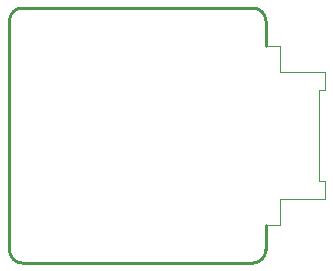
<source format=gbr>
G04*
G04 #@! TF.GenerationSoftware,Altium Limited,Altium Designer,24.7.2 (38)*
G04*
G04 Layer_Color=16711935*
%FSLAX25Y25*%
%MOIN*%
G70*
G04*
G04 #@! TF.SameCoordinates,0AE953C0-7C88-47E9-B79E-664DAA7B62C1*
G04*
G04*
G04 #@! TF.FilePolarity,Positive*
G04*
G01*
G75*
%ADD14C,0.00394*%
%ADD65C,0.01000*%
D14*
X216535Y68701D02*
X221260D01*
Y77165D01*
X236221D01*
Y83137D01*
X234252D02*
X236221D01*
X234252D02*
Y98425D01*
X216535Y128150D02*
X221260D01*
Y119685D02*
Y128150D01*
Y119685D02*
X236221D01*
Y113714D02*
Y119685D01*
X234252Y113714D02*
X236221D01*
X234252Y98425D02*
Y113714D01*
D65*
X216535Y136614D02*
G03*
X212205Y140945I-4331J0D01*
G01*
Y55905D02*
G03*
X216535Y60236I0J4331D01*
G01*
X131102D02*
G03*
X135433Y55905I4331J0D01*
G01*
Y140945D02*
G03*
X131102Y136614I0J-4331D01*
G01*
Y60236D02*
Y136614D01*
X135433Y140945D02*
X212205Y140945D01*
X216535Y128150D02*
Y136614D01*
Y60236D02*
Y68701D01*
X135433Y55905D02*
X212205D01*
M02*

</source>
